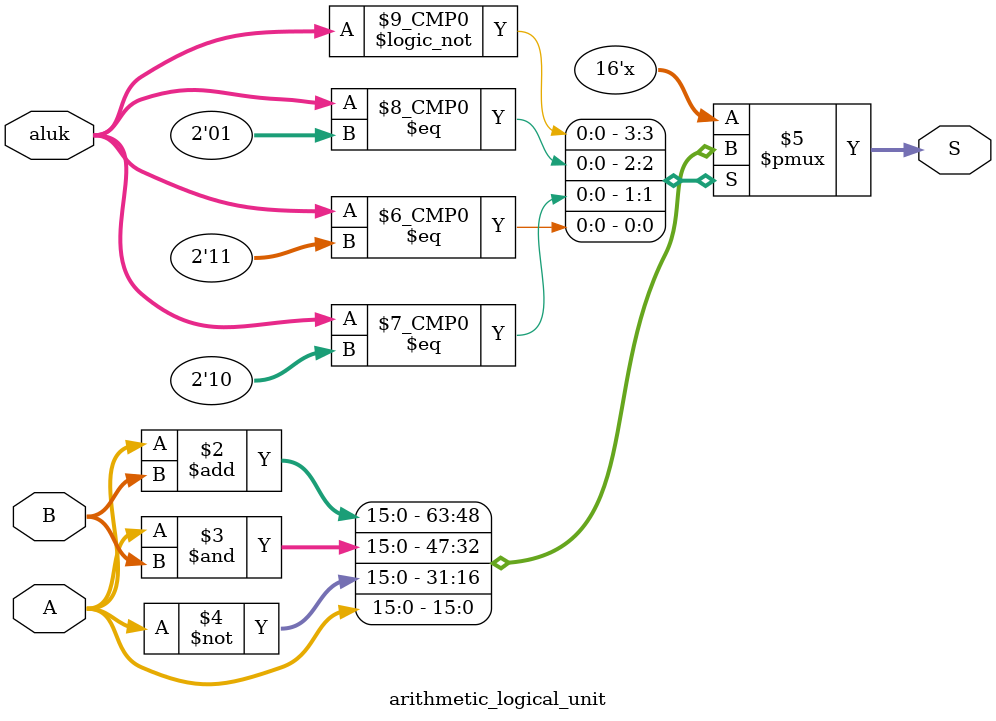
<source format=sv>
`timescale 1ns / 1ps


module arithmetic_logical_unit(
    input logic [1:0] aluk,
    input logic [15:0] A,
    input logic [15:0] B,
    output logic [15:0] S
    );
    always_comb begin
        unique case(aluk)
            2'b00: S = A + B;
            2'b01: S = A & B;   
            2'b10: S = ~A;
            2'b11: S = A;
        endcase
    end
endmodule

</source>
